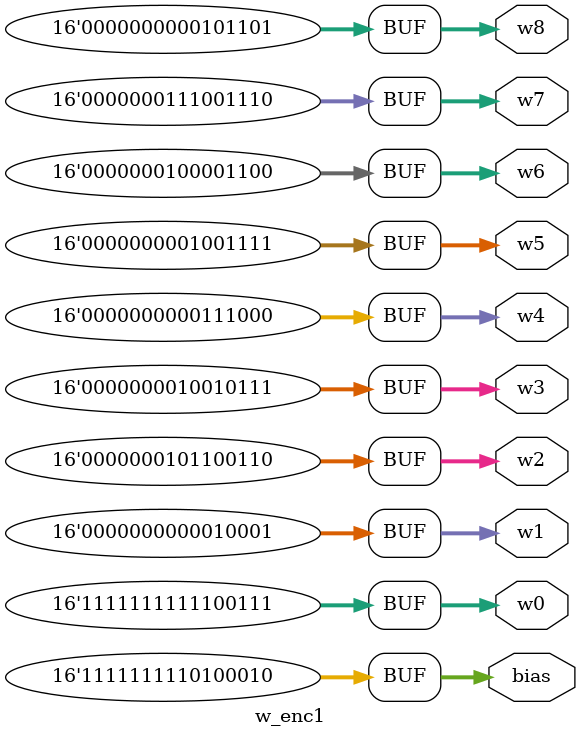
<source format=v>
module w_enc1 #(parameter DATA_WIDTH=16)(
    output wire signed [DATA_WIDTH-1:0] w0, output wire signed [DATA_WIDTH-1:0] w1, output wire signed [DATA_WIDTH-1:0] w2, output wire signed [DATA_WIDTH-1:0] w3, output wire signed [DATA_WIDTH-1:0] w4, output wire signed [DATA_WIDTH-1:0] w5, output wire signed [DATA_WIDTH-1:0] w6, output wire signed [DATA_WIDTH-1:0] w7, output wire signed [DATA_WIDTH-1:0] w8, output wire signed [DATA_WIDTH-1:0] bias
);

    assign w0 = 16'hffe7; // -0.02436036
    assign w1 = 16'h0011; // 0.016166644
    assign w2 = 16'h0166; // 0.34977525
    assign w3 = 16'h0097; // 0.14731516
    assign w4 = 16'h0038; // 0.05467805
    assign w5 = 16'h004f; // 0.07686999
    assign w6 = 16'h010c; // 0.26139614
    assign w7 = 16'h01ce; // 0.45074344
    assign w8 = 16'h002d; // 0.04383374
    assign bias = 16'hffa2; // -0.09191805
endmodule

</source>
